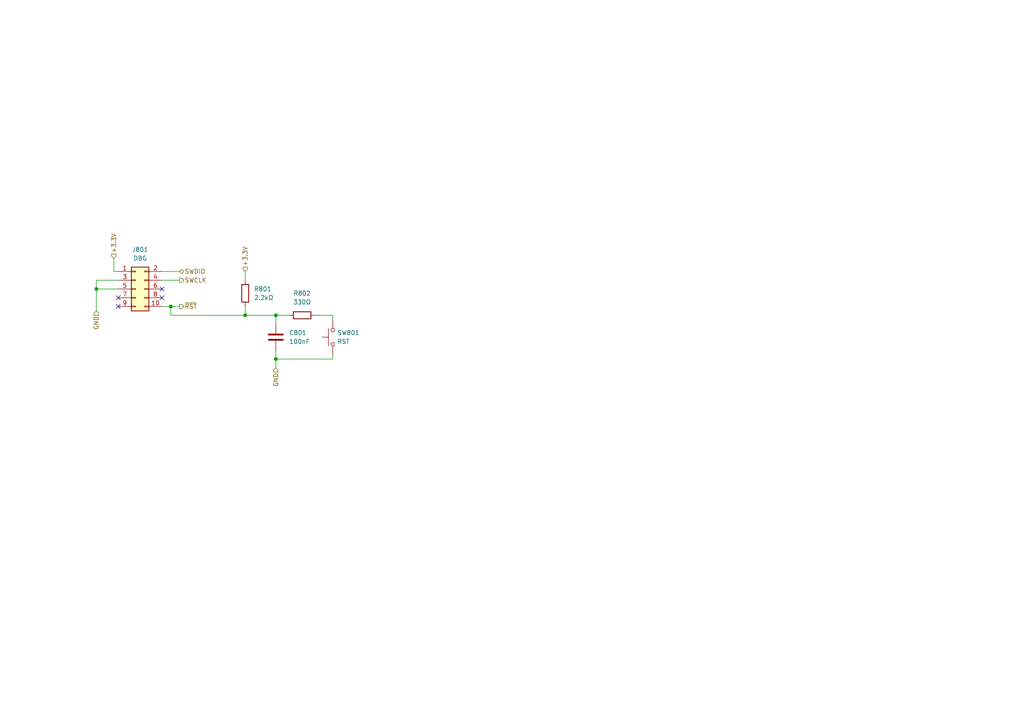
<source format=kicad_sch>
(kicad_sch (version 20231120) (generator "eeschema") (generator_version "8.0")
  (paper "A4")
  (lib_symbols
    (symbol "Connector_Generic:Conn_02x05_Odd_Even" (pin_names (offset 1.016) hide)
      (property "Reference" "J" (at 1.27 7.62 0))
      (property "Value" "Conn_02x05_Odd_Even" (at 1.27 -7.62 0))
      (symbol "Conn_02x05_Odd_Even_1_1"
        (rectangle (start -1.27 -4.953) (end 0 -5.207) (stroke (width 0.1524)))
        (rectangle (start -1.27 -2.413) (end 0 -2.667) (stroke (width 0.1524)))
        (rectangle (start -1.27 0.127) (end 0 -0.127) (stroke (width 0.1524)))
        (rectangle (start -1.27 2.667) (end 0 2.413) (stroke (width 0.1524)))
        (rectangle (start -1.27 5.207) (end 0 4.953) (stroke (width 0.1524)))
        (rectangle (start -1.27 6.35) (end 3.81 -6.35) (stroke (width 0.254)) (fill (type background)))
        (rectangle (start 3.81 -4.953) (end 2.54 -5.207) (stroke (width 0.1524)))
        (rectangle (start 3.81 -2.413) (end 2.54 -2.667) (stroke (width 0.1524)))
        (rectangle (start 3.81 0.127) (end 2.54 -0.127) (stroke (width 0.1524)))
        (rectangle (start 3.81 2.667) (end 2.54 2.413) (stroke (width 0.1524)))
        (rectangle (start 3.81 5.207) (end 2.54 4.953) (stroke (width 0.1524)))
        (pin passive line (at -5.08 5.08 0) (length 3.81) (name "Pin_1") (number "1"))
        (pin passive line (at 7.62 -5.08 180) (length 3.81) (name "Pin_10") (number "10"))
        (pin passive line (at 7.62 5.08 180) (length 3.81) (name "Pin_2") (number "2"))
        (pin passive line (at -5.08 2.54 0) (length 3.81) (name "Pin_3") (number "3"))
        (pin passive line (at 7.62 2.54 180) (length 3.81) (name "Pin_4") (number "4"))
        (pin passive line (at -5.08 0 0) (length 3.81) (name "Pin_5") (number "5"))
        (pin passive line (at 7.62 0 180) (length 3.81) (name "Pin_6") (number "6"))
        (pin passive line (at -5.08 -2.54 0) (length 3.81) (name "Pin_7") (number "7"))
        (pin passive line (at 7.62 -2.54 180) (length 3.81) (name "Pin_8") (number "8"))
        (pin passive line (at -5.08 -5.08 0) (length 3.81) (name "Pin_9") (number "9"))
      )
    )
    (symbol "Device:C" (pin_numbers hide) (pin_names (offset 0.254))
      (property "Reference" "C" (at 0.635 2.54 0))
      (property "Value" "C" (at 0.635 -2.54 0))
      (symbol "C_0_1"
        (polyline (pts (xy -2.032 -0.762) (xy 2.032 -0.762)) (stroke (width 0.508)))
        (polyline (pts (xy -2.032 0.762) (xy 2.032 0.762)) (stroke (width 0.508)))
      )
      (symbol "C_1_1"
        (pin passive line (at 0 3.81 270) (length 2.794) (name "~") (number "1"))
        (pin passive line (at 0 -3.81 90) (length 2.794) (name "~") (number "2"))
      )
    )
    (symbol "Device:R" (pin_numbers hide) (pin_names (offset 0))
      (property "Reference" "R" (at 2.032 0 90))
      (property "Value" "R" (at 0 0 90))
      (symbol "R_0_1"
        (rectangle (start -1.016 -2.54) (end 1.016 2.54) (stroke (width 0.254)))
      )
      (symbol "R_1_1"
        (pin passive line (at 0 3.81 270) (length 1.27) (name "~") (number "1"))
        (pin passive line (at 0 -3.81 90) (length 1.27) (name "~") (number "2"))
      )
    )
    (symbol "Switch:SW_Push" (pin_numbers hide) (pin_names (offset 1.016) hide)
      (property "Reference" "SW" (at 1.27 2.54 0))
      (property "Value" "SW_Push" (at 0 -1.524 0))
      (symbol "SW_Push_0_1"
        (circle (center -2.032 0) (radius 0.508))
        (polyline (pts (xy 0 1.27) (xy 0 3.048)))
        (polyline (pts (xy 2.54 1.27) (xy -2.54 1.27)))
        (circle (center 2.032 0) (radius 0.508))
        (pin passive line (at -5.08 0 0) (length 2.54) (name "1") (number "1"))
        (pin passive line (at 5.08 0 180) (length 2.54) (name "2") (number "2"))
      )
    )
  )
  (junction (at 80.01 91.44))
  (junction (at 27.94 83.82))
  (junction (at 71.12 91.44))
  (junction (at 49.53 88.9))
  (junction (at 80.01 104.14))
  (no_connect (at 46.99 83.82))
  (no_connect (at 46.99 86.36))
  (no_connect (at 34.29 88.9))
  (no_connect (at 34.29 86.36))
  (wire (pts (xy 34.29 78.74) (xy 33.02 78.74)))
  (wire (pts (xy 80.01 104.14) (xy 96.52 104.14)))
  (wire (pts (xy 49.53 91.44) (xy 71.12 91.44)))
  (wire (pts (xy 80.01 91.44) (xy 83.82 91.44)))
  (wire (pts (xy 96.52 102.87) (xy 96.52 104.14)))
  (wire (pts (xy 33.02 78.74) (xy 33.02 74.93)))
  (wire (pts (xy 27.94 83.82) (xy 34.29 83.82)))
  (wire (pts (xy 80.01 101.6) (xy 80.01 104.14)))
  (wire (pts (xy 49.53 88.9) (xy 52.07 88.9)))
  (wire (pts (xy 46.99 81.28) (xy 52.07 81.28)))
  (wire (pts (xy 80.01 104.14) (xy 80.01 106.68)))
  (wire (pts (xy 71.12 78.74) (xy 71.12 81.28)))
  (wire (pts (xy 46.99 88.9) (xy 49.53 88.9)))
  (wire (pts (xy 71.12 88.9) (xy 71.12 91.44)))
  (wire (pts (xy 46.99 78.74) (xy 52.07 78.74)))
  (wire (pts (xy 91.44 91.44) (xy 96.52 91.44)))
  (wire (pts (xy 49.53 88.9) (xy 49.53 91.44)))
  (wire (pts (xy 27.94 83.82) (xy 27.94 90.17)))
  (wire (pts (xy 71.12 91.44) (xy 80.01 91.44)))
  (wire (pts (xy 80.01 91.44) (xy 80.01 93.98)))
  (wire (pts (xy 27.94 81.28) (xy 27.94 83.82)))
  (wire (pts (xy 96.52 91.44) (xy 96.52 92.71)))
  (wire (pts (xy 34.29 81.28) (xy 27.94 81.28)))
  (hierarchical_label "GND" (shape input) (at 80.01 106.68 270))
  (hierarchical_label "+3.3V" (shape input) (at 71.12 78.74 90))
  (hierarchical_label "SWCLK" (shape output) (at 52.07 81.28 0))
  (hierarchical_label "SWDIO" (shape bidirectional) (at 52.07 78.74 0))
  (hierarchical_label "~{RST}" (shape output) (at 52.07 88.9 0))
  (hierarchical_label "+3.3V" (shape input) (at 33.02 74.93 90))
  (hierarchical_label "GND" (shape input) (at 27.94 90.17 270))
  (symbol (lib_id "Device:R") (at 71.12 85.09 180) (unit 1)
    (property "Reference" "R801" (at 73.66 83.8199 0) (effects (justify right)))
    (property "Value" "2.2kΩ" (at 73.66 86.3599 0) (effects (justify right)))
    (property "Footprint" "Resistor_SMD:R_0402_1005Metric" (effects (hide yes)))
    (property "LCSC" "C25879" (effects (hide yes)))
  )
  (symbol (lib_id "Device:C") (at 80.01 97.79 180) (unit 1)
    (property "Reference" "C801" (at 83.82 96.5199 0) (effects (justify right)))
    (property "Value" "100nF" (at 83.82 99.0599 0) (effects (justify right)))
    (property "Footprint" "Capacitor_SMD:C_0402_1005Metric" (effects (hide yes)))
    (property "LCSC" "C307331" (effects (hide yes)))
  )
  (symbol (lib_id "Connector_Generic:Conn_02x05_Odd_Even") (at 39.37 83.82 0) (unit 1)
    (property "Reference" "J801" (at 40.64 72.39 0))
    (property "Value" "DBG" (at 40.64 74.93 0))
    (property "Footprint" "Connector_PinHeader_1.27mm:PinHeader_2x05_P1.27mm_Vertical_SMD" (effects (hide yes)))
    (property "LCSC" "C5250218" (effects (hide yes)))
  )
  (symbol (lib_id "Device:R") (at 87.63 91.44 90) (unit 1)
    (property "Reference" "R802" (at 87.63 85.09 90))
    (property "Value" "330Ω" (at 87.63 87.63 90))
    (property "Footprint" "Resistor_SMD:R_0402_1005Metric" (effects (hide yes)))
    (property "LCSC" "C25104" (effects (hide yes)))
  )
  (symbol (lib_id "Switch:SW_Push") (at 96.52 97.79 90) (unit 1)
    (property "Reference" "SW801" (at 97.79 96.5199 90) (effects (justify right)))
    (property "Value" "RST" (at 97.79 99.0599 90) (effects (justify right)))
    (property "Footprint" "Button_Switch_SMD:SW_Push_1P1T_XKB_TS-1187A" (effects (hide yes)))
    (property "LCSC" "C318884" (effects (hide yes)))
  )
)
</source>
